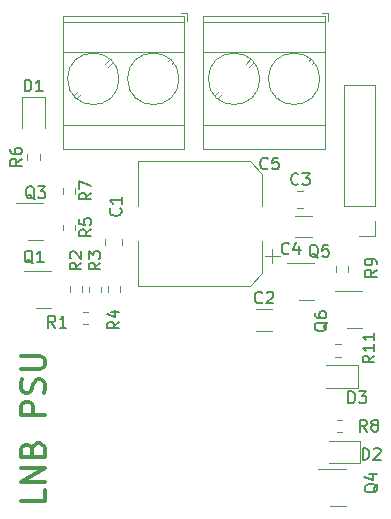
<source format=gbr>
%TF.GenerationSoftware,KiCad,Pcbnew,7.0.1*%
%TF.CreationDate,2023-06-22T21:15:45-04:00*%
%TF.ProjectId,lnbf-psu,6c6e6266-2d70-4737-952e-6b696361645f,1*%
%TF.SameCoordinates,Original*%
%TF.FileFunction,Legend,Top*%
%TF.FilePolarity,Positive*%
%FSLAX46Y46*%
G04 Gerber Fmt 4.6, Leading zero omitted, Abs format (unit mm)*
G04 Created by KiCad (PCBNEW 7.0.1) date 2023-06-22 21:15:45*
%MOMM*%
%LPD*%
G01*
G04 APERTURE LIST*
%ADD10C,0.300000*%
%ADD11C,0.150000*%
%ADD12C,0.120000*%
G04 APERTURE END LIST*
D10*
X146355238Y-132771428D02*
X146355238Y-133723809D01*
X146355238Y-133723809D02*
X144355238Y-133723809D01*
X146355238Y-132104761D02*
X144355238Y-132104761D01*
X144355238Y-132104761D02*
X146355238Y-130961904D01*
X146355238Y-130961904D02*
X144355238Y-130961904D01*
X145307619Y-129342856D02*
X145402857Y-129057142D01*
X145402857Y-129057142D02*
X145498095Y-128961904D01*
X145498095Y-128961904D02*
X145688571Y-128866666D01*
X145688571Y-128866666D02*
X145974285Y-128866666D01*
X145974285Y-128866666D02*
X146164761Y-128961904D01*
X146164761Y-128961904D02*
X146260000Y-129057142D01*
X146260000Y-129057142D02*
X146355238Y-129247618D01*
X146355238Y-129247618D02*
X146355238Y-130009523D01*
X146355238Y-130009523D02*
X144355238Y-130009523D01*
X144355238Y-130009523D02*
X144355238Y-129342856D01*
X144355238Y-129342856D02*
X144450476Y-129152380D01*
X144450476Y-129152380D02*
X144545714Y-129057142D01*
X144545714Y-129057142D02*
X144736190Y-128961904D01*
X144736190Y-128961904D02*
X144926666Y-128961904D01*
X144926666Y-128961904D02*
X145117142Y-129057142D01*
X145117142Y-129057142D02*
X145212380Y-129152380D01*
X145212380Y-129152380D02*
X145307619Y-129342856D01*
X145307619Y-129342856D02*
X145307619Y-130009523D01*
X146355238Y-126485713D02*
X144355238Y-126485713D01*
X144355238Y-126485713D02*
X144355238Y-125723808D01*
X144355238Y-125723808D02*
X144450476Y-125533332D01*
X144450476Y-125533332D02*
X144545714Y-125438094D01*
X144545714Y-125438094D02*
X144736190Y-125342856D01*
X144736190Y-125342856D02*
X145021904Y-125342856D01*
X145021904Y-125342856D02*
X145212380Y-125438094D01*
X145212380Y-125438094D02*
X145307619Y-125533332D01*
X145307619Y-125533332D02*
X145402857Y-125723808D01*
X145402857Y-125723808D02*
X145402857Y-126485713D01*
X146260000Y-124580951D02*
X146355238Y-124295237D01*
X146355238Y-124295237D02*
X146355238Y-123819046D01*
X146355238Y-123819046D02*
X146260000Y-123628570D01*
X146260000Y-123628570D02*
X146164761Y-123533332D01*
X146164761Y-123533332D02*
X145974285Y-123438094D01*
X145974285Y-123438094D02*
X145783809Y-123438094D01*
X145783809Y-123438094D02*
X145593333Y-123533332D01*
X145593333Y-123533332D02*
X145498095Y-123628570D01*
X145498095Y-123628570D02*
X145402857Y-123819046D01*
X145402857Y-123819046D02*
X145307619Y-124199999D01*
X145307619Y-124199999D02*
X145212380Y-124390475D01*
X145212380Y-124390475D02*
X145117142Y-124485713D01*
X145117142Y-124485713D02*
X144926666Y-124580951D01*
X144926666Y-124580951D02*
X144736190Y-124580951D01*
X144736190Y-124580951D02*
X144545714Y-124485713D01*
X144545714Y-124485713D02*
X144450476Y-124390475D01*
X144450476Y-124390475D02*
X144355238Y-124199999D01*
X144355238Y-124199999D02*
X144355238Y-123723808D01*
X144355238Y-123723808D02*
X144450476Y-123438094D01*
X144355238Y-122580951D02*
X145974285Y-122580951D01*
X145974285Y-122580951D02*
X146164761Y-122485713D01*
X146164761Y-122485713D02*
X146260000Y-122390475D01*
X146260000Y-122390475D02*
X146355238Y-122199999D01*
X146355238Y-122199999D02*
X146355238Y-121819046D01*
X146355238Y-121819046D02*
X146260000Y-121628570D01*
X146260000Y-121628570D02*
X146164761Y-121533332D01*
X146164761Y-121533332D02*
X145974285Y-121438094D01*
X145974285Y-121438094D02*
X144355238Y-121438094D01*
D11*
%TO.C,D1*%
X144661905Y-99062619D02*
X144661905Y-98062619D01*
X144661905Y-98062619D02*
X144900000Y-98062619D01*
X144900000Y-98062619D02*
X145042857Y-98110238D01*
X145042857Y-98110238D02*
X145138095Y-98205476D01*
X145138095Y-98205476D02*
X145185714Y-98300714D01*
X145185714Y-98300714D02*
X145233333Y-98491190D01*
X145233333Y-98491190D02*
X145233333Y-98634047D01*
X145233333Y-98634047D02*
X145185714Y-98824523D01*
X145185714Y-98824523D02*
X145138095Y-98919761D01*
X145138095Y-98919761D02*
X145042857Y-99015000D01*
X145042857Y-99015000D02*
X144900000Y-99062619D01*
X144900000Y-99062619D02*
X144661905Y-99062619D01*
X146185714Y-99062619D02*
X145614286Y-99062619D01*
X145900000Y-99062619D02*
X145900000Y-98062619D01*
X145900000Y-98062619D02*
X145804762Y-98205476D01*
X145804762Y-98205476D02*
X145709524Y-98300714D01*
X145709524Y-98300714D02*
X145614286Y-98348333D01*
%TO.C,Q5*%
X169504761Y-113157857D02*
X169409523Y-113110238D01*
X169409523Y-113110238D02*
X169314285Y-113015000D01*
X169314285Y-113015000D02*
X169171428Y-112872142D01*
X169171428Y-112872142D02*
X169076190Y-112824523D01*
X169076190Y-112824523D02*
X168980952Y-112824523D01*
X169028571Y-113062619D02*
X168933333Y-113015000D01*
X168933333Y-113015000D02*
X168838095Y-112919761D01*
X168838095Y-112919761D02*
X168790476Y-112729285D01*
X168790476Y-112729285D02*
X168790476Y-112395952D01*
X168790476Y-112395952D02*
X168838095Y-112205476D01*
X168838095Y-112205476D02*
X168933333Y-112110238D01*
X168933333Y-112110238D02*
X169028571Y-112062619D01*
X169028571Y-112062619D02*
X169219047Y-112062619D01*
X169219047Y-112062619D02*
X169314285Y-112110238D01*
X169314285Y-112110238D02*
X169409523Y-112205476D01*
X169409523Y-112205476D02*
X169457142Y-112395952D01*
X169457142Y-112395952D02*
X169457142Y-112729285D01*
X169457142Y-112729285D02*
X169409523Y-112919761D01*
X169409523Y-112919761D02*
X169314285Y-113015000D01*
X169314285Y-113015000D02*
X169219047Y-113062619D01*
X169219047Y-113062619D02*
X169028571Y-113062619D01*
X170361904Y-112062619D02*
X169885714Y-112062619D01*
X169885714Y-112062619D02*
X169838095Y-112538809D01*
X169838095Y-112538809D02*
X169885714Y-112491190D01*
X169885714Y-112491190D02*
X169980952Y-112443571D01*
X169980952Y-112443571D02*
X170219047Y-112443571D01*
X170219047Y-112443571D02*
X170314285Y-112491190D01*
X170314285Y-112491190D02*
X170361904Y-112538809D01*
X170361904Y-112538809D02*
X170409523Y-112634047D01*
X170409523Y-112634047D02*
X170409523Y-112872142D01*
X170409523Y-112872142D02*
X170361904Y-112967380D01*
X170361904Y-112967380D02*
X170314285Y-113015000D01*
X170314285Y-113015000D02*
X170219047Y-113062619D01*
X170219047Y-113062619D02*
X169980952Y-113062619D01*
X169980952Y-113062619D02*
X169885714Y-113015000D01*
X169885714Y-113015000D02*
X169838095Y-112967380D01*
%TO.C,R5*%
X150292619Y-110741666D02*
X149816428Y-111074999D01*
X150292619Y-111313094D02*
X149292619Y-111313094D01*
X149292619Y-111313094D02*
X149292619Y-110932142D01*
X149292619Y-110932142D02*
X149340238Y-110836904D01*
X149340238Y-110836904D02*
X149387857Y-110789285D01*
X149387857Y-110789285D02*
X149483095Y-110741666D01*
X149483095Y-110741666D02*
X149625952Y-110741666D01*
X149625952Y-110741666D02*
X149721190Y-110789285D01*
X149721190Y-110789285D02*
X149768809Y-110836904D01*
X149768809Y-110836904D02*
X149816428Y-110932142D01*
X149816428Y-110932142D02*
X149816428Y-111313094D01*
X149292619Y-109836904D02*
X149292619Y-110313094D01*
X149292619Y-110313094D02*
X149768809Y-110360713D01*
X149768809Y-110360713D02*
X149721190Y-110313094D01*
X149721190Y-110313094D02*
X149673571Y-110217856D01*
X149673571Y-110217856D02*
X149673571Y-109979761D01*
X149673571Y-109979761D02*
X149721190Y-109884523D01*
X149721190Y-109884523D02*
X149768809Y-109836904D01*
X149768809Y-109836904D02*
X149864047Y-109789285D01*
X149864047Y-109789285D02*
X150102142Y-109789285D01*
X150102142Y-109789285D02*
X150197380Y-109836904D01*
X150197380Y-109836904D02*
X150245000Y-109884523D01*
X150245000Y-109884523D02*
X150292619Y-109979761D01*
X150292619Y-109979761D02*
X150292619Y-110217856D01*
X150292619Y-110217856D02*
X150245000Y-110313094D01*
X150245000Y-110313094D02*
X150197380Y-110360713D01*
%TO.C,R3*%
X151062619Y-113566666D02*
X150586428Y-113899999D01*
X151062619Y-114138094D02*
X150062619Y-114138094D01*
X150062619Y-114138094D02*
X150062619Y-113757142D01*
X150062619Y-113757142D02*
X150110238Y-113661904D01*
X150110238Y-113661904D02*
X150157857Y-113614285D01*
X150157857Y-113614285D02*
X150253095Y-113566666D01*
X150253095Y-113566666D02*
X150395952Y-113566666D01*
X150395952Y-113566666D02*
X150491190Y-113614285D01*
X150491190Y-113614285D02*
X150538809Y-113661904D01*
X150538809Y-113661904D02*
X150586428Y-113757142D01*
X150586428Y-113757142D02*
X150586428Y-114138094D01*
X150062619Y-113233332D02*
X150062619Y-112614285D01*
X150062619Y-112614285D02*
X150443571Y-112947618D01*
X150443571Y-112947618D02*
X150443571Y-112804761D01*
X150443571Y-112804761D02*
X150491190Y-112709523D01*
X150491190Y-112709523D02*
X150538809Y-112661904D01*
X150538809Y-112661904D02*
X150634047Y-112614285D01*
X150634047Y-112614285D02*
X150872142Y-112614285D01*
X150872142Y-112614285D02*
X150967380Y-112661904D01*
X150967380Y-112661904D02*
X151015000Y-112709523D01*
X151015000Y-112709523D02*
X151062619Y-112804761D01*
X151062619Y-112804761D02*
X151062619Y-113090475D01*
X151062619Y-113090475D02*
X151015000Y-113185713D01*
X151015000Y-113185713D02*
X150967380Y-113233332D01*
%TO.C,R7*%
X150292619Y-107641666D02*
X149816428Y-107974999D01*
X150292619Y-108213094D02*
X149292619Y-108213094D01*
X149292619Y-108213094D02*
X149292619Y-107832142D01*
X149292619Y-107832142D02*
X149340238Y-107736904D01*
X149340238Y-107736904D02*
X149387857Y-107689285D01*
X149387857Y-107689285D02*
X149483095Y-107641666D01*
X149483095Y-107641666D02*
X149625952Y-107641666D01*
X149625952Y-107641666D02*
X149721190Y-107689285D01*
X149721190Y-107689285D02*
X149768809Y-107736904D01*
X149768809Y-107736904D02*
X149816428Y-107832142D01*
X149816428Y-107832142D02*
X149816428Y-108213094D01*
X149292619Y-107308332D02*
X149292619Y-106641666D01*
X149292619Y-106641666D02*
X150292619Y-107070237D01*
%TO.C,Q4*%
X174557857Y-132295238D02*
X174510238Y-132390476D01*
X174510238Y-132390476D02*
X174415000Y-132485714D01*
X174415000Y-132485714D02*
X174272142Y-132628571D01*
X174272142Y-132628571D02*
X174224523Y-132723809D01*
X174224523Y-132723809D02*
X174224523Y-132819047D01*
X174462619Y-132771428D02*
X174415000Y-132866666D01*
X174415000Y-132866666D02*
X174319761Y-132961904D01*
X174319761Y-132961904D02*
X174129285Y-133009523D01*
X174129285Y-133009523D02*
X173795952Y-133009523D01*
X173795952Y-133009523D02*
X173605476Y-132961904D01*
X173605476Y-132961904D02*
X173510238Y-132866666D01*
X173510238Y-132866666D02*
X173462619Y-132771428D01*
X173462619Y-132771428D02*
X173462619Y-132580952D01*
X173462619Y-132580952D02*
X173510238Y-132485714D01*
X173510238Y-132485714D02*
X173605476Y-132390476D01*
X173605476Y-132390476D02*
X173795952Y-132342857D01*
X173795952Y-132342857D02*
X174129285Y-132342857D01*
X174129285Y-132342857D02*
X174319761Y-132390476D01*
X174319761Y-132390476D02*
X174415000Y-132485714D01*
X174415000Y-132485714D02*
X174462619Y-132580952D01*
X174462619Y-132580952D02*
X174462619Y-132771428D01*
X173795952Y-131485714D02*
X174462619Y-131485714D01*
X173415000Y-131723809D02*
X174129285Y-131961904D01*
X174129285Y-131961904D02*
X174129285Y-131342857D01*
%TO.C,R9*%
X174462619Y-114166666D02*
X173986428Y-114499999D01*
X174462619Y-114738094D02*
X173462619Y-114738094D01*
X173462619Y-114738094D02*
X173462619Y-114357142D01*
X173462619Y-114357142D02*
X173510238Y-114261904D01*
X173510238Y-114261904D02*
X173557857Y-114214285D01*
X173557857Y-114214285D02*
X173653095Y-114166666D01*
X173653095Y-114166666D02*
X173795952Y-114166666D01*
X173795952Y-114166666D02*
X173891190Y-114214285D01*
X173891190Y-114214285D02*
X173938809Y-114261904D01*
X173938809Y-114261904D02*
X173986428Y-114357142D01*
X173986428Y-114357142D02*
X173986428Y-114738094D01*
X174462619Y-113690475D02*
X174462619Y-113499999D01*
X174462619Y-113499999D02*
X174415000Y-113404761D01*
X174415000Y-113404761D02*
X174367380Y-113357142D01*
X174367380Y-113357142D02*
X174224523Y-113261904D01*
X174224523Y-113261904D02*
X174034047Y-113214285D01*
X174034047Y-113214285D02*
X173653095Y-113214285D01*
X173653095Y-113214285D02*
X173557857Y-113261904D01*
X173557857Y-113261904D02*
X173510238Y-113309523D01*
X173510238Y-113309523D02*
X173462619Y-113404761D01*
X173462619Y-113404761D02*
X173462619Y-113595237D01*
X173462619Y-113595237D02*
X173510238Y-113690475D01*
X173510238Y-113690475D02*
X173557857Y-113738094D01*
X173557857Y-113738094D02*
X173653095Y-113785713D01*
X173653095Y-113785713D02*
X173891190Y-113785713D01*
X173891190Y-113785713D02*
X173986428Y-113738094D01*
X173986428Y-113738094D02*
X174034047Y-113690475D01*
X174034047Y-113690475D02*
X174081666Y-113595237D01*
X174081666Y-113595237D02*
X174081666Y-113404761D01*
X174081666Y-113404761D02*
X174034047Y-113309523D01*
X174034047Y-113309523D02*
X173986428Y-113261904D01*
X173986428Y-113261904D02*
X173891190Y-113214285D01*
%TO.C,C4*%
X167033333Y-112767380D02*
X166985714Y-112815000D01*
X166985714Y-112815000D02*
X166842857Y-112862619D01*
X166842857Y-112862619D02*
X166747619Y-112862619D01*
X166747619Y-112862619D02*
X166604762Y-112815000D01*
X166604762Y-112815000D02*
X166509524Y-112719761D01*
X166509524Y-112719761D02*
X166461905Y-112624523D01*
X166461905Y-112624523D02*
X166414286Y-112434047D01*
X166414286Y-112434047D02*
X166414286Y-112291190D01*
X166414286Y-112291190D02*
X166461905Y-112100714D01*
X166461905Y-112100714D02*
X166509524Y-112005476D01*
X166509524Y-112005476D02*
X166604762Y-111910238D01*
X166604762Y-111910238D02*
X166747619Y-111862619D01*
X166747619Y-111862619D02*
X166842857Y-111862619D01*
X166842857Y-111862619D02*
X166985714Y-111910238D01*
X166985714Y-111910238D02*
X167033333Y-111957857D01*
X167890476Y-112195952D02*
X167890476Y-112862619D01*
X167652381Y-111815000D02*
X167414286Y-112529285D01*
X167414286Y-112529285D02*
X168033333Y-112529285D01*
%TO.C,C5*%
X165233333Y-105567380D02*
X165185714Y-105615000D01*
X165185714Y-105615000D02*
X165042857Y-105662619D01*
X165042857Y-105662619D02*
X164947619Y-105662619D01*
X164947619Y-105662619D02*
X164804762Y-105615000D01*
X164804762Y-105615000D02*
X164709524Y-105519761D01*
X164709524Y-105519761D02*
X164661905Y-105424523D01*
X164661905Y-105424523D02*
X164614286Y-105234047D01*
X164614286Y-105234047D02*
X164614286Y-105091190D01*
X164614286Y-105091190D02*
X164661905Y-104900714D01*
X164661905Y-104900714D02*
X164709524Y-104805476D01*
X164709524Y-104805476D02*
X164804762Y-104710238D01*
X164804762Y-104710238D02*
X164947619Y-104662619D01*
X164947619Y-104662619D02*
X165042857Y-104662619D01*
X165042857Y-104662619D02*
X165185714Y-104710238D01*
X165185714Y-104710238D02*
X165233333Y-104757857D01*
X166138095Y-104662619D02*
X165661905Y-104662619D01*
X165661905Y-104662619D02*
X165614286Y-105138809D01*
X165614286Y-105138809D02*
X165661905Y-105091190D01*
X165661905Y-105091190D02*
X165757143Y-105043571D01*
X165757143Y-105043571D02*
X165995238Y-105043571D01*
X165995238Y-105043571D02*
X166090476Y-105091190D01*
X166090476Y-105091190D02*
X166138095Y-105138809D01*
X166138095Y-105138809D02*
X166185714Y-105234047D01*
X166185714Y-105234047D02*
X166185714Y-105472142D01*
X166185714Y-105472142D02*
X166138095Y-105567380D01*
X166138095Y-105567380D02*
X166090476Y-105615000D01*
X166090476Y-105615000D02*
X165995238Y-105662619D01*
X165995238Y-105662619D02*
X165757143Y-105662619D01*
X165757143Y-105662619D02*
X165661905Y-105615000D01*
X165661905Y-105615000D02*
X165614286Y-105567380D01*
%TO.C,R2*%
X149462619Y-113566666D02*
X148986428Y-113899999D01*
X149462619Y-114138094D02*
X148462619Y-114138094D01*
X148462619Y-114138094D02*
X148462619Y-113757142D01*
X148462619Y-113757142D02*
X148510238Y-113661904D01*
X148510238Y-113661904D02*
X148557857Y-113614285D01*
X148557857Y-113614285D02*
X148653095Y-113566666D01*
X148653095Y-113566666D02*
X148795952Y-113566666D01*
X148795952Y-113566666D02*
X148891190Y-113614285D01*
X148891190Y-113614285D02*
X148938809Y-113661904D01*
X148938809Y-113661904D02*
X148986428Y-113757142D01*
X148986428Y-113757142D02*
X148986428Y-114138094D01*
X148557857Y-113185713D02*
X148510238Y-113138094D01*
X148510238Y-113138094D02*
X148462619Y-113042856D01*
X148462619Y-113042856D02*
X148462619Y-112804761D01*
X148462619Y-112804761D02*
X148510238Y-112709523D01*
X148510238Y-112709523D02*
X148557857Y-112661904D01*
X148557857Y-112661904D02*
X148653095Y-112614285D01*
X148653095Y-112614285D02*
X148748333Y-112614285D01*
X148748333Y-112614285D02*
X148891190Y-112661904D01*
X148891190Y-112661904D02*
X149462619Y-113233332D01*
X149462619Y-113233332D02*
X149462619Y-112614285D01*
%TO.C,R11*%
X174262619Y-121442857D02*
X173786428Y-121776190D01*
X174262619Y-122014285D02*
X173262619Y-122014285D01*
X173262619Y-122014285D02*
X173262619Y-121633333D01*
X173262619Y-121633333D02*
X173310238Y-121538095D01*
X173310238Y-121538095D02*
X173357857Y-121490476D01*
X173357857Y-121490476D02*
X173453095Y-121442857D01*
X173453095Y-121442857D02*
X173595952Y-121442857D01*
X173595952Y-121442857D02*
X173691190Y-121490476D01*
X173691190Y-121490476D02*
X173738809Y-121538095D01*
X173738809Y-121538095D02*
X173786428Y-121633333D01*
X173786428Y-121633333D02*
X173786428Y-122014285D01*
X174262619Y-120490476D02*
X174262619Y-121061904D01*
X174262619Y-120776190D02*
X173262619Y-120776190D01*
X173262619Y-120776190D02*
X173405476Y-120871428D01*
X173405476Y-120871428D02*
X173500714Y-120966666D01*
X173500714Y-120966666D02*
X173548333Y-121061904D01*
X174262619Y-119538095D02*
X174262619Y-120109523D01*
X174262619Y-119823809D02*
X173262619Y-119823809D01*
X173262619Y-119823809D02*
X173405476Y-119919047D01*
X173405476Y-119919047D02*
X173500714Y-120014285D01*
X173500714Y-120014285D02*
X173548333Y-120109523D01*
%TO.C,R8*%
X173633333Y-127862619D02*
X173300000Y-127386428D01*
X173061905Y-127862619D02*
X173061905Y-126862619D01*
X173061905Y-126862619D02*
X173442857Y-126862619D01*
X173442857Y-126862619D02*
X173538095Y-126910238D01*
X173538095Y-126910238D02*
X173585714Y-126957857D01*
X173585714Y-126957857D02*
X173633333Y-127053095D01*
X173633333Y-127053095D02*
X173633333Y-127195952D01*
X173633333Y-127195952D02*
X173585714Y-127291190D01*
X173585714Y-127291190D02*
X173538095Y-127338809D01*
X173538095Y-127338809D02*
X173442857Y-127386428D01*
X173442857Y-127386428D02*
X173061905Y-127386428D01*
X174204762Y-127291190D02*
X174109524Y-127243571D01*
X174109524Y-127243571D02*
X174061905Y-127195952D01*
X174061905Y-127195952D02*
X174014286Y-127100714D01*
X174014286Y-127100714D02*
X174014286Y-127053095D01*
X174014286Y-127053095D02*
X174061905Y-126957857D01*
X174061905Y-126957857D02*
X174109524Y-126910238D01*
X174109524Y-126910238D02*
X174204762Y-126862619D01*
X174204762Y-126862619D02*
X174395238Y-126862619D01*
X174395238Y-126862619D02*
X174490476Y-126910238D01*
X174490476Y-126910238D02*
X174538095Y-126957857D01*
X174538095Y-126957857D02*
X174585714Y-127053095D01*
X174585714Y-127053095D02*
X174585714Y-127100714D01*
X174585714Y-127100714D02*
X174538095Y-127195952D01*
X174538095Y-127195952D02*
X174490476Y-127243571D01*
X174490476Y-127243571D02*
X174395238Y-127291190D01*
X174395238Y-127291190D02*
X174204762Y-127291190D01*
X174204762Y-127291190D02*
X174109524Y-127338809D01*
X174109524Y-127338809D02*
X174061905Y-127386428D01*
X174061905Y-127386428D02*
X174014286Y-127481666D01*
X174014286Y-127481666D02*
X174014286Y-127672142D01*
X174014286Y-127672142D02*
X174061905Y-127767380D01*
X174061905Y-127767380D02*
X174109524Y-127815000D01*
X174109524Y-127815000D02*
X174204762Y-127862619D01*
X174204762Y-127862619D02*
X174395238Y-127862619D01*
X174395238Y-127862619D02*
X174490476Y-127815000D01*
X174490476Y-127815000D02*
X174538095Y-127767380D01*
X174538095Y-127767380D02*
X174585714Y-127672142D01*
X174585714Y-127672142D02*
X174585714Y-127481666D01*
X174585714Y-127481666D02*
X174538095Y-127386428D01*
X174538095Y-127386428D02*
X174490476Y-127338809D01*
X174490476Y-127338809D02*
X174395238Y-127291190D01*
%TO.C,Q3*%
X145504761Y-108207857D02*
X145409523Y-108160238D01*
X145409523Y-108160238D02*
X145314285Y-108065000D01*
X145314285Y-108065000D02*
X145171428Y-107922142D01*
X145171428Y-107922142D02*
X145076190Y-107874523D01*
X145076190Y-107874523D02*
X144980952Y-107874523D01*
X145028571Y-108112619D02*
X144933333Y-108065000D01*
X144933333Y-108065000D02*
X144838095Y-107969761D01*
X144838095Y-107969761D02*
X144790476Y-107779285D01*
X144790476Y-107779285D02*
X144790476Y-107445952D01*
X144790476Y-107445952D02*
X144838095Y-107255476D01*
X144838095Y-107255476D02*
X144933333Y-107160238D01*
X144933333Y-107160238D02*
X145028571Y-107112619D01*
X145028571Y-107112619D02*
X145219047Y-107112619D01*
X145219047Y-107112619D02*
X145314285Y-107160238D01*
X145314285Y-107160238D02*
X145409523Y-107255476D01*
X145409523Y-107255476D02*
X145457142Y-107445952D01*
X145457142Y-107445952D02*
X145457142Y-107779285D01*
X145457142Y-107779285D02*
X145409523Y-107969761D01*
X145409523Y-107969761D02*
X145314285Y-108065000D01*
X145314285Y-108065000D02*
X145219047Y-108112619D01*
X145219047Y-108112619D02*
X145028571Y-108112619D01*
X145790476Y-107112619D02*
X146409523Y-107112619D01*
X146409523Y-107112619D02*
X146076190Y-107493571D01*
X146076190Y-107493571D02*
X146219047Y-107493571D01*
X146219047Y-107493571D02*
X146314285Y-107541190D01*
X146314285Y-107541190D02*
X146361904Y-107588809D01*
X146361904Y-107588809D02*
X146409523Y-107684047D01*
X146409523Y-107684047D02*
X146409523Y-107922142D01*
X146409523Y-107922142D02*
X146361904Y-108017380D01*
X146361904Y-108017380D02*
X146314285Y-108065000D01*
X146314285Y-108065000D02*
X146219047Y-108112619D01*
X146219047Y-108112619D02*
X145933333Y-108112619D01*
X145933333Y-108112619D02*
X145838095Y-108065000D01*
X145838095Y-108065000D02*
X145790476Y-108017380D01*
%TO.C,D3*%
X172061905Y-125462619D02*
X172061905Y-124462619D01*
X172061905Y-124462619D02*
X172300000Y-124462619D01*
X172300000Y-124462619D02*
X172442857Y-124510238D01*
X172442857Y-124510238D02*
X172538095Y-124605476D01*
X172538095Y-124605476D02*
X172585714Y-124700714D01*
X172585714Y-124700714D02*
X172633333Y-124891190D01*
X172633333Y-124891190D02*
X172633333Y-125034047D01*
X172633333Y-125034047D02*
X172585714Y-125224523D01*
X172585714Y-125224523D02*
X172538095Y-125319761D01*
X172538095Y-125319761D02*
X172442857Y-125415000D01*
X172442857Y-125415000D02*
X172300000Y-125462619D01*
X172300000Y-125462619D02*
X172061905Y-125462619D01*
X172966667Y-124462619D02*
X173585714Y-124462619D01*
X173585714Y-124462619D02*
X173252381Y-124843571D01*
X173252381Y-124843571D02*
X173395238Y-124843571D01*
X173395238Y-124843571D02*
X173490476Y-124891190D01*
X173490476Y-124891190D02*
X173538095Y-124938809D01*
X173538095Y-124938809D02*
X173585714Y-125034047D01*
X173585714Y-125034047D02*
X173585714Y-125272142D01*
X173585714Y-125272142D02*
X173538095Y-125367380D01*
X173538095Y-125367380D02*
X173490476Y-125415000D01*
X173490476Y-125415000D02*
X173395238Y-125462619D01*
X173395238Y-125462619D02*
X173109524Y-125462619D01*
X173109524Y-125462619D02*
X173014286Y-125415000D01*
X173014286Y-125415000D02*
X172966667Y-125367380D01*
%TO.C,D2*%
X173261905Y-130262619D02*
X173261905Y-129262619D01*
X173261905Y-129262619D02*
X173500000Y-129262619D01*
X173500000Y-129262619D02*
X173642857Y-129310238D01*
X173642857Y-129310238D02*
X173738095Y-129405476D01*
X173738095Y-129405476D02*
X173785714Y-129500714D01*
X173785714Y-129500714D02*
X173833333Y-129691190D01*
X173833333Y-129691190D02*
X173833333Y-129834047D01*
X173833333Y-129834047D02*
X173785714Y-130024523D01*
X173785714Y-130024523D02*
X173738095Y-130119761D01*
X173738095Y-130119761D02*
X173642857Y-130215000D01*
X173642857Y-130215000D02*
X173500000Y-130262619D01*
X173500000Y-130262619D02*
X173261905Y-130262619D01*
X174214286Y-129357857D02*
X174261905Y-129310238D01*
X174261905Y-129310238D02*
X174357143Y-129262619D01*
X174357143Y-129262619D02*
X174595238Y-129262619D01*
X174595238Y-129262619D02*
X174690476Y-129310238D01*
X174690476Y-129310238D02*
X174738095Y-129357857D01*
X174738095Y-129357857D02*
X174785714Y-129453095D01*
X174785714Y-129453095D02*
X174785714Y-129548333D01*
X174785714Y-129548333D02*
X174738095Y-129691190D01*
X174738095Y-129691190D02*
X174166667Y-130262619D01*
X174166667Y-130262619D02*
X174785714Y-130262619D01*
%TO.C,C2*%
X164758333Y-116917380D02*
X164710714Y-116965000D01*
X164710714Y-116965000D02*
X164567857Y-117012619D01*
X164567857Y-117012619D02*
X164472619Y-117012619D01*
X164472619Y-117012619D02*
X164329762Y-116965000D01*
X164329762Y-116965000D02*
X164234524Y-116869761D01*
X164234524Y-116869761D02*
X164186905Y-116774523D01*
X164186905Y-116774523D02*
X164139286Y-116584047D01*
X164139286Y-116584047D02*
X164139286Y-116441190D01*
X164139286Y-116441190D02*
X164186905Y-116250714D01*
X164186905Y-116250714D02*
X164234524Y-116155476D01*
X164234524Y-116155476D02*
X164329762Y-116060238D01*
X164329762Y-116060238D02*
X164472619Y-116012619D01*
X164472619Y-116012619D02*
X164567857Y-116012619D01*
X164567857Y-116012619D02*
X164710714Y-116060238D01*
X164710714Y-116060238D02*
X164758333Y-116107857D01*
X165139286Y-116107857D02*
X165186905Y-116060238D01*
X165186905Y-116060238D02*
X165282143Y-116012619D01*
X165282143Y-116012619D02*
X165520238Y-116012619D01*
X165520238Y-116012619D02*
X165615476Y-116060238D01*
X165615476Y-116060238D02*
X165663095Y-116107857D01*
X165663095Y-116107857D02*
X165710714Y-116203095D01*
X165710714Y-116203095D02*
X165710714Y-116298333D01*
X165710714Y-116298333D02*
X165663095Y-116441190D01*
X165663095Y-116441190D02*
X165091667Y-117012619D01*
X165091667Y-117012619D02*
X165710714Y-117012619D01*
%TO.C,Q6*%
X170307857Y-118595238D02*
X170260238Y-118690476D01*
X170260238Y-118690476D02*
X170165000Y-118785714D01*
X170165000Y-118785714D02*
X170022142Y-118928571D01*
X170022142Y-118928571D02*
X169974523Y-119023809D01*
X169974523Y-119023809D02*
X169974523Y-119119047D01*
X170212619Y-119071428D02*
X170165000Y-119166666D01*
X170165000Y-119166666D02*
X170069761Y-119261904D01*
X170069761Y-119261904D02*
X169879285Y-119309523D01*
X169879285Y-119309523D02*
X169545952Y-119309523D01*
X169545952Y-119309523D02*
X169355476Y-119261904D01*
X169355476Y-119261904D02*
X169260238Y-119166666D01*
X169260238Y-119166666D02*
X169212619Y-119071428D01*
X169212619Y-119071428D02*
X169212619Y-118880952D01*
X169212619Y-118880952D02*
X169260238Y-118785714D01*
X169260238Y-118785714D02*
X169355476Y-118690476D01*
X169355476Y-118690476D02*
X169545952Y-118642857D01*
X169545952Y-118642857D02*
X169879285Y-118642857D01*
X169879285Y-118642857D02*
X170069761Y-118690476D01*
X170069761Y-118690476D02*
X170165000Y-118785714D01*
X170165000Y-118785714D02*
X170212619Y-118880952D01*
X170212619Y-118880952D02*
X170212619Y-119071428D01*
X169212619Y-117785714D02*
X169212619Y-117976190D01*
X169212619Y-117976190D02*
X169260238Y-118071428D01*
X169260238Y-118071428D02*
X169307857Y-118119047D01*
X169307857Y-118119047D02*
X169450714Y-118214285D01*
X169450714Y-118214285D02*
X169641190Y-118261904D01*
X169641190Y-118261904D02*
X170022142Y-118261904D01*
X170022142Y-118261904D02*
X170117380Y-118214285D01*
X170117380Y-118214285D02*
X170165000Y-118166666D01*
X170165000Y-118166666D02*
X170212619Y-118071428D01*
X170212619Y-118071428D02*
X170212619Y-117880952D01*
X170212619Y-117880952D02*
X170165000Y-117785714D01*
X170165000Y-117785714D02*
X170117380Y-117738095D01*
X170117380Y-117738095D02*
X170022142Y-117690476D01*
X170022142Y-117690476D02*
X169784047Y-117690476D01*
X169784047Y-117690476D02*
X169688809Y-117738095D01*
X169688809Y-117738095D02*
X169641190Y-117785714D01*
X169641190Y-117785714D02*
X169593571Y-117880952D01*
X169593571Y-117880952D02*
X169593571Y-118071428D01*
X169593571Y-118071428D02*
X169641190Y-118166666D01*
X169641190Y-118166666D02*
X169688809Y-118214285D01*
X169688809Y-118214285D02*
X169784047Y-118261904D01*
%TO.C,R1*%
X147233333Y-119062619D02*
X146900000Y-118586428D01*
X146661905Y-119062619D02*
X146661905Y-118062619D01*
X146661905Y-118062619D02*
X147042857Y-118062619D01*
X147042857Y-118062619D02*
X147138095Y-118110238D01*
X147138095Y-118110238D02*
X147185714Y-118157857D01*
X147185714Y-118157857D02*
X147233333Y-118253095D01*
X147233333Y-118253095D02*
X147233333Y-118395952D01*
X147233333Y-118395952D02*
X147185714Y-118491190D01*
X147185714Y-118491190D02*
X147138095Y-118538809D01*
X147138095Y-118538809D02*
X147042857Y-118586428D01*
X147042857Y-118586428D02*
X146661905Y-118586428D01*
X148185714Y-119062619D02*
X147614286Y-119062619D01*
X147900000Y-119062619D02*
X147900000Y-118062619D01*
X147900000Y-118062619D02*
X147804762Y-118205476D01*
X147804762Y-118205476D02*
X147709524Y-118300714D01*
X147709524Y-118300714D02*
X147614286Y-118348333D01*
%TO.C,Q1*%
X145367261Y-113632857D02*
X145272023Y-113585238D01*
X145272023Y-113585238D02*
X145176785Y-113490000D01*
X145176785Y-113490000D02*
X145033928Y-113347142D01*
X145033928Y-113347142D02*
X144938690Y-113299523D01*
X144938690Y-113299523D02*
X144843452Y-113299523D01*
X144891071Y-113537619D02*
X144795833Y-113490000D01*
X144795833Y-113490000D02*
X144700595Y-113394761D01*
X144700595Y-113394761D02*
X144652976Y-113204285D01*
X144652976Y-113204285D02*
X144652976Y-112870952D01*
X144652976Y-112870952D02*
X144700595Y-112680476D01*
X144700595Y-112680476D02*
X144795833Y-112585238D01*
X144795833Y-112585238D02*
X144891071Y-112537619D01*
X144891071Y-112537619D02*
X145081547Y-112537619D01*
X145081547Y-112537619D02*
X145176785Y-112585238D01*
X145176785Y-112585238D02*
X145272023Y-112680476D01*
X145272023Y-112680476D02*
X145319642Y-112870952D01*
X145319642Y-112870952D02*
X145319642Y-113204285D01*
X145319642Y-113204285D02*
X145272023Y-113394761D01*
X145272023Y-113394761D02*
X145176785Y-113490000D01*
X145176785Y-113490000D02*
X145081547Y-113537619D01*
X145081547Y-113537619D02*
X144891071Y-113537619D01*
X146272023Y-113537619D02*
X145700595Y-113537619D01*
X145986309Y-113537619D02*
X145986309Y-112537619D01*
X145986309Y-112537619D02*
X145891071Y-112680476D01*
X145891071Y-112680476D02*
X145795833Y-112775714D01*
X145795833Y-112775714D02*
X145700595Y-112823333D01*
%TO.C,R6*%
X144432619Y-104766666D02*
X143956428Y-105099999D01*
X144432619Y-105338094D02*
X143432619Y-105338094D01*
X143432619Y-105338094D02*
X143432619Y-104957142D01*
X143432619Y-104957142D02*
X143480238Y-104861904D01*
X143480238Y-104861904D02*
X143527857Y-104814285D01*
X143527857Y-104814285D02*
X143623095Y-104766666D01*
X143623095Y-104766666D02*
X143765952Y-104766666D01*
X143765952Y-104766666D02*
X143861190Y-104814285D01*
X143861190Y-104814285D02*
X143908809Y-104861904D01*
X143908809Y-104861904D02*
X143956428Y-104957142D01*
X143956428Y-104957142D02*
X143956428Y-105338094D01*
X143432619Y-103909523D02*
X143432619Y-104099999D01*
X143432619Y-104099999D02*
X143480238Y-104195237D01*
X143480238Y-104195237D02*
X143527857Y-104242856D01*
X143527857Y-104242856D02*
X143670714Y-104338094D01*
X143670714Y-104338094D02*
X143861190Y-104385713D01*
X143861190Y-104385713D02*
X144242142Y-104385713D01*
X144242142Y-104385713D02*
X144337380Y-104338094D01*
X144337380Y-104338094D02*
X144385000Y-104290475D01*
X144385000Y-104290475D02*
X144432619Y-104195237D01*
X144432619Y-104195237D02*
X144432619Y-104004761D01*
X144432619Y-104004761D02*
X144385000Y-103909523D01*
X144385000Y-103909523D02*
X144337380Y-103861904D01*
X144337380Y-103861904D02*
X144242142Y-103814285D01*
X144242142Y-103814285D02*
X144004047Y-103814285D01*
X144004047Y-103814285D02*
X143908809Y-103861904D01*
X143908809Y-103861904D02*
X143861190Y-103909523D01*
X143861190Y-103909523D02*
X143813571Y-104004761D01*
X143813571Y-104004761D02*
X143813571Y-104195237D01*
X143813571Y-104195237D02*
X143861190Y-104290475D01*
X143861190Y-104290475D02*
X143908809Y-104338094D01*
X143908809Y-104338094D02*
X144004047Y-104385713D01*
%TO.C,C1*%
X152767380Y-108966666D02*
X152815000Y-109014285D01*
X152815000Y-109014285D02*
X152862619Y-109157142D01*
X152862619Y-109157142D02*
X152862619Y-109252380D01*
X152862619Y-109252380D02*
X152815000Y-109395237D01*
X152815000Y-109395237D02*
X152719761Y-109490475D01*
X152719761Y-109490475D02*
X152624523Y-109538094D01*
X152624523Y-109538094D02*
X152434047Y-109585713D01*
X152434047Y-109585713D02*
X152291190Y-109585713D01*
X152291190Y-109585713D02*
X152100714Y-109538094D01*
X152100714Y-109538094D02*
X152005476Y-109490475D01*
X152005476Y-109490475D02*
X151910238Y-109395237D01*
X151910238Y-109395237D02*
X151862619Y-109252380D01*
X151862619Y-109252380D02*
X151862619Y-109157142D01*
X151862619Y-109157142D02*
X151910238Y-109014285D01*
X151910238Y-109014285D02*
X151957857Y-108966666D01*
X152862619Y-108014285D02*
X152862619Y-108585713D01*
X152862619Y-108299999D02*
X151862619Y-108299999D01*
X151862619Y-108299999D02*
X152005476Y-108395237D01*
X152005476Y-108395237D02*
X152100714Y-108490475D01*
X152100714Y-108490475D02*
X152148333Y-108585713D01*
%TO.C,R4*%
X152662619Y-118566666D02*
X152186428Y-118899999D01*
X152662619Y-119138094D02*
X151662619Y-119138094D01*
X151662619Y-119138094D02*
X151662619Y-118757142D01*
X151662619Y-118757142D02*
X151710238Y-118661904D01*
X151710238Y-118661904D02*
X151757857Y-118614285D01*
X151757857Y-118614285D02*
X151853095Y-118566666D01*
X151853095Y-118566666D02*
X151995952Y-118566666D01*
X151995952Y-118566666D02*
X152091190Y-118614285D01*
X152091190Y-118614285D02*
X152138809Y-118661904D01*
X152138809Y-118661904D02*
X152186428Y-118757142D01*
X152186428Y-118757142D02*
X152186428Y-119138094D01*
X151995952Y-117709523D02*
X152662619Y-117709523D01*
X151615000Y-117947618D02*
X152329285Y-118185713D01*
X152329285Y-118185713D02*
X152329285Y-117566666D01*
%TO.C,C3*%
X167833333Y-106887380D02*
X167785714Y-106935000D01*
X167785714Y-106935000D02*
X167642857Y-106982619D01*
X167642857Y-106982619D02*
X167547619Y-106982619D01*
X167547619Y-106982619D02*
X167404762Y-106935000D01*
X167404762Y-106935000D02*
X167309524Y-106839761D01*
X167309524Y-106839761D02*
X167261905Y-106744523D01*
X167261905Y-106744523D02*
X167214286Y-106554047D01*
X167214286Y-106554047D02*
X167214286Y-106411190D01*
X167214286Y-106411190D02*
X167261905Y-106220714D01*
X167261905Y-106220714D02*
X167309524Y-106125476D01*
X167309524Y-106125476D02*
X167404762Y-106030238D01*
X167404762Y-106030238D02*
X167547619Y-105982619D01*
X167547619Y-105982619D02*
X167642857Y-105982619D01*
X167642857Y-105982619D02*
X167785714Y-106030238D01*
X167785714Y-106030238D02*
X167833333Y-106077857D01*
X168166667Y-105982619D02*
X168785714Y-105982619D01*
X168785714Y-105982619D02*
X168452381Y-106363571D01*
X168452381Y-106363571D02*
X168595238Y-106363571D01*
X168595238Y-106363571D02*
X168690476Y-106411190D01*
X168690476Y-106411190D02*
X168738095Y-106458809D01*
X168738095Y-106458809D02*
X168785714Y-106554047D01*
X168785714Y-106554047D02*
X168785714Y-106792142D01*
X168785714Y-106792142D02*
X168738095Y-106887380D01*
X168738095Y-106887380D02*
X168690476Y-106935000D01*
X168690476Y-106935000D02*
X168595238Y-106982619D01*
X168595238Y-106982619D02*
X168309524Y-106982619D01*
X168309524Y-106982619D02*
X168214286Y-106935000D01*
X168214286Y-106935000D02*
X168166667Y-106887380D01*
D12*
%TO.C,D1*%
X146360000Y-99515000D02*
X144440000Y-99515000D01*
X144440000Y-99515000D02*
X144440000Y-102200000D01*
X146360000Y-102200000D02*
X146360000Y-99515000D01*
%TO.C,J3*%
X174330000Y-111330000D02*
X173000000Y-111330000D01*
X174330000Y-110000000D02*
X174330000Y-111330000D01*
X174330000Y-108730000D02*
X174330000Y-98510000D01*
X174330000Y-108730000D02*
X171670000Y-108730000D01*
X174330000Y-98510000D02*
X171670000Y-98510000D01*
X171670000Y-108730000D02*
X171670000Y-98510000D01*
%TO.C,Q5*%
X168537500Y-113590000D02*
X166862500Y-113590000D01*
X168537500Y-113590000D02*
X169187500Y-113590000D01*
X168537500Y-116710000D02*
X167887500Y-116710000D01*
X168537500Y-116710000D02*
X169187500Y-116710000D01*
%TO.C,R5*%
X148922500Y-110337742D02*
X148922500Y-110812258D01*
X147877500Y-110337742D02*
X147877500Y-110812258D01*
%TO.C,R3*%
X150077500Y-116062258D02*
X150077500Y-115587742D01*
X151122500Y-116062258D02*
X151122500Y-115587742D01*
%TO.C,R7*%
X148922500Y-107237742D02*
X148922500Y-107712258D01*
X147877500Y-107237742D02*
X147877500Y-107712258D01*
%TO.C,J1*%
X170305000Y-93140000D02*
X170305000Y-92400000D01*
X170305000Y-92400000D02*
X169805000Y-92400000D01*
X170065000Y-103960000D02*
X170065000Y-92640000D01*
X170065000Y-103960000D02*
X159785000Y-103960000D01*
X170065000Y-101900000D02*
X159785000Y-101900000D01*
X170065000Y-95700000D02*
X159785000Y-95700000D01*
X170065000Y-93200000D02*
X159785000Y-93200000D01*
X170065000Y-92640000D02*
X159785000Y-92640000D01*
X169013000Y-96719000D02*
X169119000Y-96612000D01*
X168747000Y-96453000D02*
X168853000Y-96346000D01*
X166077000Y-99654000D02*
X166184000Y-99547000D01*
X165811000Y-99388000D02*
X165918000Y-99281000D01*
X163643000Y-97008000D02*
X164038000Y-96612000D01*
X163392000Y-96726000D02*
X163772000Y-96346000D01*
X160997000Y-99654000D02*
X161377000Y-99274000D01*
X160731000Y-99388000D02*
X161126000Y-98992000D01*
X159785000Y-103960000D02*
X159785000Y-92640000D01*
X169645000Y-98000000D02*
G75*
G03*
X169645000Y-98000000I-2180000J0D01*
G01*
X164565000Y-98000000D02*
G75*
G03*
X164565000Y-98000000I-2180000J0D01*
G01*
%TO.C,Q4*%
X171175000Y-131040000D02*
X169500000Y-131040000D01*
X171175000Y-131040000D02*
X171825000Y-131040000D01*
X171175000Y-134160000D02*
X170525000Y-134160000D01*
X171175000Y-134160000D02*
X171825000Y-134160000D01*
%TO.C,R9*%
X172060000Y-113887742D02*
X172060000Y-114362258D01*
X171015000Y-113887742D02*
X171015000Y-114362258D01*
%TO.C,C4*%
X167538748Y-109590000D02*
X168961252Y-109590000D01*
X167538748Y-111410000D02*
X168961252Y-111410000D01*
%TO.C,C5*%
X166250000Y-113010000D02*
X165000000Y-113010000D01*
X165625000Y-113635000D02*
X165625000Y-112385000D01*
X164760000Y-114445563D02*
X164760000Y-111760000D01*
X164760000Y-114445563D02*
X163695563Y-115510000D01*
X164760000Y-106054437D02*
X164760000Y-108740000D01*
X164760000Y-106054437D02*
X163695563Y-104990000D01*
X163695563Y-115510000D02*
X154240000Y-115510000D01*
X163695563Y-104990000D02*
X154240000Y-104990000D01*
X154240000Y-115510000D02*
X154240000Y-111760000D01*
X154240000Y-104990000D02*
X154240000Y-108740000D01*
%TO.C,R2*%
X149522500Y-115562742D02*
X149522500Y-116037258D01*
X148477500Y-115562742D02*
X148477500Y-116037258D01*
%TO.C,R11*%
X171437258Y-121522500D02*
X170962742Y-121522500D01*
X171437258Y-120477500D02*
X170962742Y-120477500D01*
%TO.C,R8*%
X171549758Y-127922500D02*
X171075242Y-127922500D01*
X171549758Y-126877500D02*
X171075242Y-126877500D01*
%TO.C,Q3*%
X145600000Y-108490000D02*
X143925000Y-108490000D01*
X145600000Y-108490000D02*
X146250000Y-108490000D01*
X145600000Y-111610000D02*
X144950000Y-111610000D01*
X145600000Y-111610000D02*
X146250000Y-111610000D01*
%TO.C,D3*%
X172885000Y-124160000D02*
X172885000Y-122240000D01*
X172885000Y-122240000D02*
X170200000Y-122240000D01*
X170200000Y-124160000D02*
X172885000Y-124160000D01*
%TO.C,J2*%
X158385000Y-93140000D02*
X158385000Y-92400000D01*
X158385000Y-92400000D02*
X157885000Y-92400000D01*
X158145000Y-103960000D02*
X158145000Y-92640000D01*
X158145000Y-103960000D02*
X147865000Y-103960000D01*
X158145000Y-101900000D02*
X147865000Y-101900000D01*
X158145000Y-95700000D02*
X147865000Y-95700000D01*
X158145000Y-93200000D02*
X147865000Y-93200000D01*
X158145000Y-92640000D02*
X147865000Y-92640000D01*
X157093000Y-96719000D02*
X157199000Y-96612000D01*
X156827000Y-96453000D02*
X156933000Y-96346000D01*
X154157000Y-99654000D02*
X154264000Y-99547000D01*
X153891000Y-99388000D02*
X153998000Y-99281000D01*
X151723000Y-97008000D02*
X152118000Y-96612000D01*
X151472000Y-96726000D02*
X151852000Y-96346000D01*
X149077000Y-99654000D02*
X149457000Y-99274000D01*
X148811000Y-99388000D02*
X149206000Y-98992000D01*
X147865000Y-103960000D02*
X147865000Y-92640000D01*
X157725000Y-98000000D02*
G75*
G03*
X157725000Y-98000000I-2180000J0D01*
G01*
X152645000Y-98000000D02*
G75*
G03*
X152645000Y-98000000I-2180000J0D01*
G01*
%TO.C,D2*%
X173085000Y-130560000D02*
X173085000Y-128640000D01*
X173085000Y-128640000D02*
X170400000Y-128640000D01*
X170400000Y-130560000D02*
X173085000Y-130560000D01*
%TO.C,C2*%
X164213748Y-117490000D02*
X165636252Y-117490000D01*
X164213748Y-119310000D02*
X165636252Y-119310000D01*
%TO.C,Q6*%
X172600000Y-115990000D02*
X170925000Y-115990000D01*
X172600000Y-115990000D02*
X173250000Y-115990000D01*
X172600000Y-119110000D02*
X171950000Y-119110000D01*
X172600000Y-119110000D02*
X173250000Y-119110000D01*
%TO.C,R1*%
X150037258Y-118747500D02*
X149562742Y-118747500D01*
X150037258Y-117702500D02*
X149562742Y-117702500D01*
%TO.C,Q1*%
X146262500Y-114265000D02*
X144587500Y-114265000D01*
X146262500Y-114265000D02*
X146912500Y-114265000D01*
X146262500Y-117385000D02*
X145612500Y-117385000D01*
X146262500Y-117385000D02*
X146912500Y-117385000D01*
%TO.C,R6*%
X144877500Y-104837258D02*
X144877500Y-104362742D01*
X145922500Y-104837258D02*
X145922500Y-104362742D01*
%TO.C,C1*%
X152935000Y-111538748D02*
X152935000Y-112061252D01*
X151465000Y-111538748D02*
X151465000Y-112061252D01*
%TO.C,R4*%
X151677500Y-116037258D02*
X151677500Y-115562742D01*
X152722500Y-116037258D02*
X152722500Y-115562742D01*
%TO.C,C3*%
X167738748Y-107465000D02*
X168261252Y-107465000D01*
X167738748Y-108935000D02*
X168261252Y-108935000D01*
%TD*%
M02*

</source>
